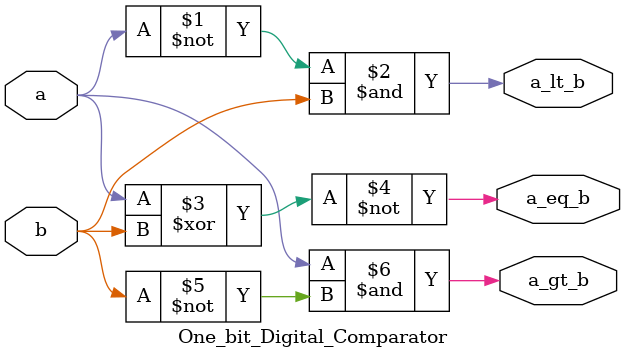
<source format=v>
module One_bit_Digital_Comparator(
input a, b,
output a_lt_b, a_eq_b, a_gt_b
);

assign a_lt_b =  ~a & b;

assign a_eq_b =  ~(a ^ b);

assign a_gt_b =  a & ~b;

endmodule

</source>
